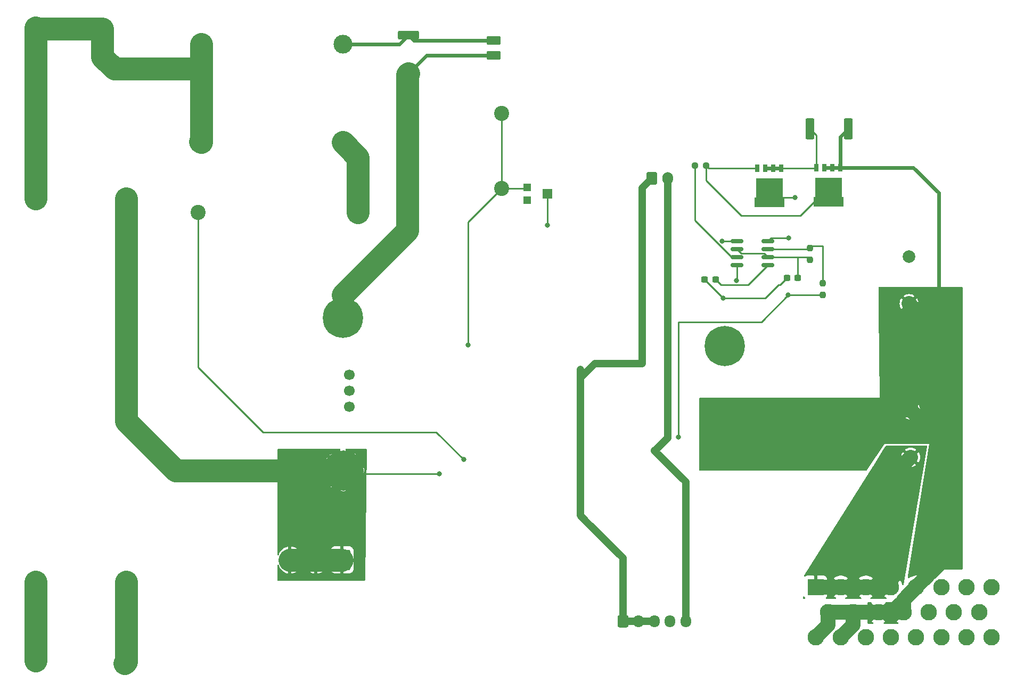
<source format=gbr>
%TF.GenerationSoftware,KiCad,Pcbnew,(6.0.1)*%
%TF.CreationDate,2022-11-29T11:45:12-05:00*%
%TF.ProjectId,high-voltage-board,68696768-2d76-46f6-9c74-6167652d626f,rev?*%
%TF.SameCoordinates,Original*%
%TF.FileFunction,Copper,L1,Top*%
%TF.FilePolarity,Positive*%
%FSLAX46Y46*%
G04 Gerber Fmt 4.6, Leading zero omitted, Abs format (unit mm)*
G04 Created by KiCad (PCBNEW (6.0.1)) date 2022-11-29 11:45:12*
%MOMM*%
%LPD*%
G01*
G04 APERTURE LIST*
G04 Aperture macros list*
%AMRoundRect*
0 Rectangle with rounded corners*
0 $1 Rounding radius*
0 $2 $3 $4 $5 $6 $7 $8 $9 X,Y pos of 4 corners*
0 Add a 4 corners polygon primitive as box body*
4,1,4,$2,$3,$4,$5,$6,$7,$8,$9,$2,$3,0*
0 Add four circle primitives for the rounded corners*
1,1,$1+$1,$2,$3*
1,1,$1+$1,$4,$5*
1,1,$1+$1,$6,$7*
1,1,$1+$1,$8,$9*
0 Add four rect primitives between the rounded corners*
20,1,$1+$1,$2,$3,$4,$5,0*
20,1,$1+$1,$4,$5,$6,$7,0*
20,1,$1+$1,$6,$7,$8,$9,0*
20,1,$1+$1,$8,$9,$2,$3,0*%
%AMFreePoly0*
4,1,9,2.975000,-2.350000,1.425000,-2.350000,1.425000,-2.100000,-1.650000,-2.100000,-1.650000,2.100000,1.425000,2.100000,1.425000,2.350000,2.975000,2.350000,2.975000,-2.350000,2.975000,-2.350000,$1*%
G04 Aperture macros list end*
%TA.AperFunction,ComponentPad*%
%ADD10RoundRect,0.250000X1.070000X-1.400000X1.070000X1.400000X-1.070000X1.400000X-1.070000X-1.400000X0*%
%TD*%
%TA.AperFunction,ComponentPad*%
%ADD11O,2.640000X3.300000*%
%TD*%
%TA.AperFunction,ComponentPad*%
%ADD12RoundRect,0.250000X-0.600000X-0.750000X0.600000X-0.750000X0.600000X0.750000X-0.600000X0.750000X0*%
%TD*%
%TA.AperFunction,ComponentPad*%
%ADD13O,1.700000X2.000000*%
%TD*%
%TA.AperFunction,ComponentPad*%
%ADD14C,0.800000*%
%TD*%
%TA.AperFunction,ComponentPad*%
%ADD15C,6.400000*%
%TD*%
%TA.AperFunction,ComponentPad*%
%ADD16C,1.699848*%
%TD*%
%TA.AperFunction,ComponentPad*%
%ADD17C,3.000000*%
%TD*%
%TA.AperFunction,ComponentPad*%
%ADD18C,2.000000*%
%TD*%
%TA.AperFunction,ComponentPad*%
%ADD19C,2.400000*%
%TD*%
%TA.AperFunction,ComponentPad*%
%ADD20RoundRect,0.250000X-0.600000X-0.725000X0.600000X-0.725000X0.600000X0.725000X-0.600000X0.725000X0*%
%TD*%
%TA.AperFunction,ComponentPad*%
%ADD21O,1.700000X1.950000*%
%TD*%
%TA.AperFunction,SMDPad,CuDef*%
%ADD22RoundRect,0.237500X0.300000X0.237500X-0.300000X0.237500X-0.300000X-0.237500X0.300000X-0.237500X0*%
%TD*%
%TA.AperFunction,SMDPad,CuDef*%
%ADD23RoundRect,0.237500X0.250000X0.237500X-0.250000X0.237500X-0.250000X-0.237500X0.250000X-0.237500X0*%
%TD*%
%TA.AperFunction,SMDPad,CuDef*%
%ADD24RoundRect,0.237500X0.237500X-0.250000X0.237500X0.250000X-0.237500X0.250000X-0.237500X-0.250000X0*%
%TD*%
%TA.AperFunction,SMDPad,CuDef*%
%ADD25RoundRect,0.249999X1.425001X-0.450001X1.425001X0.450001X-1.425001X0.450001X-1.425001X-0.450001X0*%
%TD*%
%TA.AperFunction,SMDPad,CuDef*%
%ADD26R,0.700000X1.150000*%
%TD*%
%TA.AperFunction,SMDPad,CuDef*%
%ADD27FreePoly0,270.000000*%
%TD*%
%TA.AperFunction,ComponentPad*%
%ADD28RoundRect,0.250000X-0.980000X-1.150000X0.980000X-1.150000X0.980000X1.150000X-0.980000X1.150000X0*%
%TD*%
%TA.AperFunction,SMDPad,CuDef*%
%ADD29RoundRect,0.150000X-0.825000X-0.150000X0.825000X-0.150000X0.825000X0.150000X-0.825000X0.150000X0*%
%TD*%
%TA.AperFunction,ComponentPad*%
%ADD30O,2.400000X2.400000*%
%TD*%
%TA.AperFunction,SMDPad,CuDef*%
%ADD31RoundRect,0.249999X0.450001X1.425001X-0.450001X1.425001X-0.450001X-1.425001X0.450001X-1.425001X0*%
%TD*%
%TA.AperFunction,ComponentPad*%
%ADD32R,2.625000X2.625000*%
%TD*%
%TA.AperFunction,ComponentPad*%
%ADD33C,2.625000*%
%TD*%
%TA.AperFunction,SMDPad,CuDef*%
%ADD34R,1.200000X1.200000*%
%TD*%
%TA.AperFunction,SMDPad,CuDef*%
%ADD35R,1.500000X1.600000*%
%TD*%
%TA.AperFunction,SMDPad,CuDef*%
%ADD36RoundRect,0.237500X-0.237500X0.250000X-0.237500X-0.250000X0.237500X-0.250000X0.237500X0.250000X0*%
%TD*%
%TA.AperFunction,ComponentPad*%
%ADD37RoundRect,0.250000X-1.070000X1.400000X-1.070000X-1.400000X1.070000X-1.400000X1.070000X1.400000X0*%
%TD*%
%TA.AperFunction,SMDPad,CuDef*%
%ADD38RoundRect,0.250001X-0.849999X0.462499X-0.849999X-0.462499X0.849999X-0.462499X0.849999X0.462499X0*%
%TD*%
%TA.AperFunction,ViaPad*%
%ADD39C,0.800000*%
%TD*%
%TA.AperFunction,Conductor*%
%ADD40C,1.200000*%
%TD*%
%TA.AperFunction,Conductor*%
%ADD41C,2.400000*%
%TD*%
%TA.AperFunction,Conductor*%
%ADD42C,0.250000*%
%TD*%
%TA.AperFunction,Conductor*%
%ADD43C,0.600000*%
%TD*%
%TA.AperFunction,Conductor*%
%ADD44C,0.254000*%
%TD*%
%TA.AperFunction,Conductor*%
%ADD45C,3.600000*%
%TD*%
%TA.AperFunction,Conductor*%
%ADD46C,0.200000*%
%TD*%
G04 APERTURE END LIST*
D10*
%TO.P,J5,1,Pin_1*%
%TO.N,HV+*%
X58923000Y-44451000D03*
D11*
%TO.P,J5,2,Pin_2*%
X63063000Y-44451000D03*
%TO.P,J5,3,Pin_3*%
X67203000Y-44451000D03*
%TD*%
D12*
%TO.P,J2,1,Pin_1*%
%TO.N,GND*%
X154559000Y-68199000D03*
D13*
%TO.P,J2,2,Pin_2*%
%TO.N,+12V*%
X157059000Y-68199000D03*
%TD*%
D14*
%TO.P,U7,1,+IN*%
%TO.N,Net-(C19-Pad1)*%
X105439120Y-92834900D03*
X103732871Y-88715651D03*
D15*
X105439120Y-90421900D03*
D14*
X107145369Y-92128149D03*
X103732871Y-92128149D03*
X103026120Y-90421900D03*
X105439120Y-88008900D03*
X107145369Y-88715651D03*
X107852120Y-90421900D03*
D16*
%TO.P,U7,2,TR*%
%TO.N,/vicor/TRIM_HV*%
X106455120Y-99438900D03*
%TO.P,U7,3,EN*%
%TO.N,/vicor/EN_HV*%
X106455120Y-101978900D03*
%TO.P,U7,4,FT*%
%TO.N,/vicor/FAULT_HV*%
X106455120Y-104518900D03*
D14*
%TO.P,U7,5,-IN*%
%TO.N,HV-*%
X105530560Y-117091900D03*
X107897840Y-114633180D03*
X103071840Y-114724620D03*
X105439120Y-112265900D03*
X103810920Y-116417478D03*
X107158760Y-112940322D03*
X103746262Y-113004980D03*
X107223418Y-116352820D03*
D15*
X105484840Y-114678900D03*
D14*
%TO.P,U7,8,-OUT*%
%TO.N,GND*%
X164438871Y-112067149D03*
X164438871Y-108654651D03*
X168558120Y-110360900D03*
D15*
X166145120Y-110360900D03*
D14*
X166145120Y-107947900D03*
X163732120Y-110360900D03*
X166145120Y-112773900D03*
X167851369Y-112067149D03*
X167851369Y-108654651D03*
%TO.P,U7,9,+OUT*%
%TO.N,Net-(C22-Pad1)*%
X164438871Y-96573149D03*
X167851369Y-93160651D03*
D15*
X166145120Y-94866900D03*
D14*
X167851369Y-96573149D03*
X168558120Y-94866900D03*
X163732120Y-94866900D03*
X166145120Y-97279900D03*
X166145120Y-92453900D03*
X164438871Y-93160651D03*
%TD*%
D17*
%TO.P,F1,1*%
%TO.N,/TSAL/HV+*%
X105410000Y-62484000D03*
%TO.P,F1,2*%
%TO.N,HV+*%
X82910000Y-62484000D03*
%TD*%
D18*
%TO.P,C22,1*%
%TO.N,Net-(C22-Pad1)*%
X195453000Y-80645000D03*
%TO.P,C22,2*%
%TO.N,GND*%
X195453000Y-88145000D03*
%TD*%
D19*
%TO.P,C19,1*%
%TO.N,Net-(C19-Pad1)*%
X115690000Y-57912000D03*
%TO.P,C19,2*%
%TO.N,HV-*%
X130690000Y-57912000D03*
%TD*%
D20*
%TO.P,J9,1,Pin_1*%
%TO.N,GND*%
X149940000Y-138667000D03*
D21*
%TO.P,J9,2,Pin_2*%
X152440000Y-138667000D03*
%TO.P,J9,3,Pin_3*%
X154940000Y-138667000D03*
%TO.P,J9,4,Pin_4*%
%TO.N,/IMD_OK*%
X157440000Y-138667000D03*
%TO.P,J9,5,Pin_5*%
%TO.N,+12V*%
X159940000Y-138667000D03*
%TD*%
D22*
%TO.P,C4,1*%
%TO.N,Net-(C4-Pad1)*%
X164692500Y-84328000D03*
%TO.P,C4,2*%
%TO.N,GND*%
X162967500Y-84328000D03*
%TD*%
D18*
%TO.P,C23,1*%
%TO.N,/DCDC_OUT*%
X195707000Y-112589000D03*
%TO.P,C23,2*%
%TO.N,GND*%
X195707000Y-105089000D03*
%TD*%
D23*
%TO.P,R5,1*%
%TO.N,Net-(Q1-Pad5)*%
X163195000Y-66167000D03*
%TO.P,R5,2*%
%TO.N,/TSAL/555_OUT*%
X161370000Y-66167000D03*
%TD*%
D24*
%TO.P,R3,1*%
%TO.N,VCC*%
X181737000Y-86764500D03*
%TO.P,R3,2*%
%TO.N,Net-(R3-Pad2)*%
X181737000Y-84939500D03*
%TD*%
D25*
%TO.P,R15,1*%
%TO.N,Net-(C19-Pad1)*%
X115824000Y-51564000D03*
%TO.P,R15,2*%
%TO.N,/vicor/HV+*%
X115824000Y-45464000D03*
%TD*%
D26*
%TO.P,Q1,1,S*%
%TO.N,GND*%
X184536000Y-66488000D03*
%TO.P,Q1,2,S*%
X183266000Y-66488000D03*
%TO.P,Q1,3,S*%
X181986000Y-66488000D03*
%TO.P,Q1,4,G*%
%TO.N,Net-(Q1-Pad4)*%
X180716000Y-66488000D03*
D27*
%TO.P,Q1,5,D*%
%TO.N,Net-(Q1-Pad5)*%
X182626000Y-69758000D03*
%TD*%
D28*
%TO.P,J11,1,Pin_1*%
%TO.N,Net-(J11-Pad1)*%
X70764400Y-145338800D03*
%TD*%
D29*
%TO.P,U3,1,GND*%
%TO.N,GND*%
X168086000Y-78232000D03*
%TO.P,U3,2,TR*%
%TO.N,/TSAL/pass*%
X168086000Y-79502000D03*
%TO.P,U3,3,Q*%
%TO.N,/TSAL/555_OUT*%
X168086000Y-80772000D03*
%TO.P,U3,4,R*%
%TO.N,VCC*%
X168086000Y-82042000D03*
%TO.P,U3,5,CV*%
%TO.N,Net-(C4-Pad1)*%
X173036000Y-82042000D03*
%TO.P,U3,6,THR*%
%TO.N,/TSAL/pass*%
X173036000Y-80772000D03*
%TO.P,U3,7,DIS*%
%TO.N,Net-(R3-Pad2)*%
X173036000Y-79502000D03*
%TO.P,U3,8,VCC*%
%TO.N,VCC*%
X173036000Y-78232000D03*
%TD*%
D22*
%TO.P,C6,1*%
%TO.N,/TSAL/pass*%
X177773500Y-84074000D03*
%TO.P,C6,2*%
%TO.N,GND*%
X176048500Y-84074000D03*
%TD*%
D19*
%TO.P,R9,1*%
%TO.N,HV+*%
X56591200Y-71424800D03*
D30*
%TO.P,R9,2*%
%TO.N,Net-(J8-Pad1)*%
X56591200Y-132384800D03*
%TD*%
D31*
%TO.P,R6,1*%
%TO.N,GND*%
X185803000Y-60325000D03*
%TO.P,R6,2*%
%TO.N,Net-(Q1-Pad4)*%
X179703000Y-60325000D03*
%TD*%
D32*
%TO.P,J1,1,Pin_1*%
%TO.N,/DCDC_OUT*%
X180581000Y-133239500D03*
D33*
%TO.P,J1,2,Pin_2*%
X184581000Y-133239500D03*
%TO.P,J1,3,Pin_3*%
X188581000Y-133239500D03*
%TO.P,J1,4,Pin_4*%
X192581000Y-133239500D03*
%TO.P,J1,5,Pin_5*%
%TO.N,GND*%
X196581000Y-133239500D03*
%TO.P,J1,6,Pin_6*%
%TO.N,+12V*%
X200581000Y-133239500D03*
%TO.P,J1,7,Pin_7*%
%TO.N,/DC_DC_FAULT*%
X204581000Y-133239500D03*
%TO.P,J1,8,Pin_8*%
%TO.N,/DC_DC_EN*%
X208581000Y-133239500D03*
%TO.P,J1,9,Pin_9*%
%TO.N,GND*%
X182581000Y-137239500D03*
%TO.P,J1,10,Pin_10*%
X186581000Y-137239500D03*
%TO.P,J1,11,Pin_11*%
X190581000Y-137239500D03*
%TO.P,J1,12,Pin_12*%
X194581000Y-137239500D03*
%TO.P,J1,13,Pin_13*%
%TO.N,+12V*%
X198581000Y-137239500D03*
%TO.P,J1,14,Pin_14*%
%TO.N,unconnected-(J1-Pad14)*%
X202581000Y-137239500D03*
%TO.P,J1,15,Pin_15*%
%TO.N,unconnected-(J1-Pad15)*%
X206581000Y-137239500D03*
%TO.P,J1,16,Pin_16*%
%TO.N,GND*%
X180581000Y-141239500D03*
%TO.P,J1,17,Pin_17*%
X184581000Y-141239500D03*
%TO.P,J1,18,Pin_18*%
%TO.N,/IMD_OK*%
X188581000Y-141239500D03*
%TO.P,J1,19,Pin_19*%
%TO.N,+12V*%
X192581000Y-141239500D03*
%TO.P,J1,20,Pin_20*%
X196581000Y-141239500D03*
%TO.P,J1,21,Pin_21*%
%TO.N,/TSAL_GND*%
X200581000Y-141239500D03*
%TO.P,J1,22,Pin_22*%
%TO.N,unconnected-(J1-Pad22)*%
X204581000Y-141239500D03*
%TO.P,J1,23,Pin_23*%
%TO.N,unconnected-(J1-Pad23)*%
X208581000Y-141239500D03*
%TD*%
D17*
%TO.P,F2,1*%
%TO.N,/vicor/HV+*%
X105410000Y-46863000D03*
%TO.P,F2,2*%
%TO.N,HV+*%
X82910000Y-46863000D03*
%TD*%
D19*
%TO.P,R10,1*%
%TO.N,HV-*%
X71018400Y-71424800D03*
D30*
%TO.P,R10,2*%
%TO.N,Net-(J11-Pad1)*%
X71018400Y-132384800D03*
%TD*%
D34*
%TO.P,RV1,1,1*%
%TO.N,HV-*%
X134698000Y-69662800D03*
D35*
%TO.P,RV1,2,2*%
%TO.N,Net-(R8-Pad2)*%
X137948000Y-70662800D03*
D34*
%TO.P,RV1,3,3*%
%TO.N,unconnected-(RV1-Pad3)*%
X134698000Y-71662800D03*
%TD*%
D26*
%TO.P,Q2,1,S*%
%TO.N,Net-(Q1-Pad4)*%
X175138000Y-66576000D03*
%TO.P,Q2,2,S*%
X173868000Y-66576000D03*
%TO.P,Q2,3,S*%
X172588000Y-66576000D03*
%TO.P,Q2,4,G*%
%TO.N,Net-(Q1-Pad5)*%
X171318000Y-66576000D03*
D27*
%TO.P,Q2,5,D*%
%TO.N,/TSAL_GND*%
X173228000Y-69846000D03*
%TD*%
D36*
%TO.P,R4,1*%
%TO.N,Net-(R3-Pad2)*%
X179705000Y-79351500D03*
%TO.P,R4,2*%
%TO.N,/TSAL/pass*%
X179705000Y-81176500D03*
%TD*%
D37*
%TO.P,J6,1,Pin_1*%
%TO.N,HV-*%
X105288000Y-128904000D03*
D11*
%TO.P,J6,2,Pin_2*%
X101148000Y-128904000D03*
%TO.P,J6,3,Pin_3*%
X97008000Y-128904000D03*
%TD*%
D38*
%TO.P,L1,1*%
%TO.N,/vicor/HV+*%
X129432500Y-46335500D03*
%TO.P,L1,2*%
%TO.N,Net-(C19-Pad1)*%
X129432500Y-48660500D03*
%TD*%
D19*
%TO.P,C2,1*%
%TO.N,Net-(C19-Pad1)*%
X115690000Y-69850000D03*
%TO.P,C2,2*%
%TO.N,HV-*%
X130690000Y-69850000D03*
%TD*%
%TO.P,R1,1*%
%TO.N,Net-(R1-Pad1)*%
X82423000Y-73660000D03*
D30*
%TO.P,R1,2*%
%TO.N,/TSAL/HV+*%
X107823000Y-73660000D03*
%TD*%
D28*
%TO.P,J8,1,Pin_1*%
%TO.N,Net-(J8-Pad1)*%
X56591200Y-144957800D03*
%TD*%
D39*
%TO.N,+12V*%
X154940000Y-111506000D03*
%TO.N,GND*%
X143319500Y-121983500D03*
X165888500Y-87249000D03*
X153035000Y-97663000D03*
X143179250Y-98628750D03*
X165735000Y-78232000D03*
%TO.N,VCC*%
X168021000Y-84455000D03*
X158750000Y-109347000D03*
X176276000Y-77724000D03*
X176252500Y-86764500D03*
%TO.N,/TSAL_GND*%
X177292000Y-71247000D03*
%TO.N,Net-(R1-Pad1)*%
X124650500Y-112966500D03*
%TO.N,HV-*%
X125349000Y-94742000D03*
X120777000Y-115189000D03*
%TO.N,Net-(R8-Pad2)*%
X137948000Y-75668800D03*
%TD*%
D40*
%TO.N,+12V*%
X157059000Y-68199000D02*
X157059000Y-109514000D01*
X159940000Y-116506000D02*
X155003500Y-111569500D01*
X159940000Y-138667000D02*
X159940000Y-116506000D01*
X155003500Y-111569500D02*
X154940000Y-111506000D01*
X157059000Y-109514000D02*
X155003500Y-111569500D01*
D41*
%TO.N,GND*%
X196581000Y-133239500D02*
X200533000Y-129287500D01*
X195707000Y-88399000D02*
X195453000Y-88145000D01*
X186581000Y-137239500D02*
X182581000Y-137239500D01*
X182566000Y-105089000D02*
X177294100Y-110360900D01*
D40*
X143179250Y-121843250D02*
X143179250Y-99999250D01*
D41*
X195707000Y-105089000D02*
X195707000Y-88399000D01*
D40*
X149940000Y-138667000D02*
X149940000Y-128604000D01*
D42*
X165888500Y-87249000D02*
X162967500Y-84328000D01*
X176048500Y-84074000D02*
X174942500Y-85180000D01*
D41*
X194581000Y-135239500D02*
X196581000Y-133239500D01*
D40*
X149940000Y-128604000D02*
X144081500Y-122745500D01*
D41*
X182581000Y-137239500D02*
X182581000Y-139239500D01*
X200533000Y-129287500D02*
X200533000Y-109915000D01*
D43*
X199637000Y-88145000D02*
X195453000Y-88145000D01*
X184536000Y-61592000D02*
X184536000Y-66488000D01*
D41*
X195707000Y-105089000D02*
X182566000Y-105089000D01*
D43*
X184536000Y-66488000D02*
X196155000Y-66488000D01*
D40*
X144081500Y-122745500D02*
X143179250Y-121843250D01*
D41*
X186581000Y-139239500D02*
X184581000Y-141239500D01*
X182581000Y-139239500D02*
X180581000Y-141239500D01*
D42*
X172593000Y-87249000D02*
X165888500Y-87249000D01*
D43*
X200152000Y-70485000D02*
X200152000Y-87630000D01*
D42*
X174942500Y-85180000D02*
X174662000Y-85180000D01*
D40*
X145515500Y-97663000D02*
X153035000Y-97663000D01*
X143179250Y-99999250D02*
X145515500Y-97663000D01*
X154940000Y-138667000D02*
X149940000Y-138667000D01*
X144081500Y-122745500D02*
X143319500Y-121983500D01*
D41*
X190581000Y-137239500D02*
X194581000Y-137239500D01*
D42*
X174662000Y-85180000D02*
X172593000Y-87249000D01*
D41*
X177294100Y-110360900D02*
X169293001Y-110360900D01*
D40*
X153035000Y-69723000D02*
X154559000Y-68199000D01*
D41*
X186581000Y-137239500D02*
X186581000Y-139239500D01*
X194581000Y-137239500D02*
X194581000Y-135239500D01*
D40*
X153035000Y-97663000D02*
X153035000Y-69723000D01*
D43*
X185803000Y-60325000D02*
X184536000Y-61592000D01*
D41*
X190581000Y-137239500D02*
X186581000Y-137239500D01*
D43*
X196155000Y-66488000D02*
X200152000Y-70485000D01*
D40*
X143179250Y-99999250D02*
X143179250Y-98628750D01*
D43*
X184536000Y-66488000D02*
X181986000Y-66488000D01*
D42*
X168086000Y-78232000D02*
X165735000Y-78232000D01*
D41*
X200533000Y-109915000D02*
X195707000Y-105089000D01*
D43*
X200152000Y-87630000D02*
X199637000Y-88145000D01*
D42*
%TO.N,Net-(C4-Pad1)*%
X173036000Y-82042000D02*
X169898000Y-85180000D01*
X165544500Y-85180000D02*
X164692500Y-84328000D01*
X169898000Y-85180000D02*
X165544500Y-85180000D01*
%TO.N,VCC*%
X168086000Y-84390000D02*
X168021000Y-84455000D01*
X173036000Y-78232000D02*
X173544000Y-77724000D01*
D44*
X181713500Y-86741000D02*
X181737000Y-86764500D01*
X158750000Y-109347000D02*
X158750000Y-91059000D01*
X158750000Y-91059000D02*
X171958000Y-91059000D01*
D42*
X173544000Y-77724000D02*
X176276000Y-77724000D01*
D44*
X171958000Y-91059000D02*
X176252500Y-86764500D01*
X176252500Y-86764500D02*
X181737000Y-86764500D01*
D42*
X168086000Y-82042000D02*
X168086000Y-84390000D01*
%TO.N,/TSAL/pass*%
X173036000Y-80772000D02*
X178308000Y-80772000D01*
X178308000Y-80772000D02*
X179300500Y-80772000D01*
X168731000Y-80147000D02*
X168086000Y-79502000D01*
X172411000Y-80147000D02*
X168731000Y-80147000D01*
X173036000Y-80772000D02*
X172411000Y-80147000D01*
X177773500Y-84074000D02*
X177773500Y-80798500D01*
X177773500Y-80798500D02*
X177800000Y-80772000D01*
X177800000Y-80772000D02*
X178308000Y-80772000D01*
X179300500Y-80772000D02*
X179705000Y-81176500D01*
D45*
%TO.N,Net-(C19-Pad1)*%
X115690000Y-57912000D02*
X115690000Y-69850000D01*
X115690000Y-57912000D02*
X115690000Y-51698000D01*
D43*
X118727500Y-48660500D02*
X115690000Y-51698000D01*
D45*
X115690000Y-51698000D02*
X115824000Y-51564000D01*
X115690000Y-69850000D02*
X115690000Y-76521019D01*
D43*
X129432500Y-48660500D02*
X118727500Y-48660500D01*
D45*
X115690000Y-76521019D02*
X105439120Y-86771899D01*
D41*
%TO.N,/DCDC_OUT*%
X180581000Y-133239500D02*
X192581000Y-133239500D01*
X192581000Y-133239500D02*
X192581000Y-115715000D01*
X192581000Y-115715000D02*
X195707000Y-112589000D01*
D42*
%TO.N,/TSAL_GND*%
X174629000Y-71247000D02*
X173228000Y-69846000D01*
X177292000Y-71247000D02*
X177419000Y-71247000D01*
X177292000Y-71247000D02*
X174629000Y-71247000D01*
D44*
%TO.N,Net-(R1-Pad1)*%
X124650500Y-112966500D02*
X120269000Y-108585000D01*
X82423000Y-98298000D02*
X82423000Y-73660000D01*
X92710000Y-108585000D02*
X82423000Y-98298000D01*
X120269000Y-108585000D02*
X92710000Y-108585000D01*
D42*
%TO.N,Net-(R3-Pad2)*%
X179705000Y-79351500D02*
X180062500Y-78994000D01*
X179578000Y-79224500D02*
X179705000Y-79351500D01*
X179554500Y-79502000D02*
X179705000Y-79351500D01*
X180062500Y-78994000D02*
X181737000Y-78994000D01*
X181737000Y-78994000D02*
X181737000Y-84939500D01*
X173036000Y-79502000D02*
X179554500Y-79502000D01*
%TO.N,/TSAL/555_OUT*%
X161370000Y-74892305D02*
X161370000Y-66167000D01*
X167249695Y-80772000D02*
X161370000Y-74892305D01*
X168086000Y-80772000D02*
X167249695Y-80772000D01*
%TO.N,Net-(Q1-Pad4)*%
X175138000Y-66576000D02*
X180628000Y-66576000D01*
X180628000Y-66576000D02*
X180716000Y-66488000D01*
D43*
X172588000Y-66576000D02*
X175138000Y-66576000D01*
D42*
X180716000Y-61338000D02*
X180716000Y-66488000D01*
X179703000Y-60325000D02*
X180716000Y-61338000D01*
D44*
%TO.N,HV-*%
X125349000Y-75191000D02*
X130690000Y-69850000D01*
D45*
X101148000Y-115417899D02*
X101886999Y-114678900D01*
D44*
X130928000Y-69612000D02*
X130690000Y-69850000D01*
D45*
X97008000Y-128904000D02*
X105288000Y-128904000D01*
D46*
X105288000Y-128904000D02*
X103586999Y-127202999D01*
D45*
X101148000Y-128904000D02*
X101148000Y-115417899D01*
D44*
X134510800Y-69850000D02*
X134698000Y-69662800D01*
D46*
X107616101Y-114808000D02*
X107487001Y-114678900D01*
D45*
X78839500Y-114678900D02*
X101886999Y-114678900D01*
D44*
X120777000Y-115189000D02*
X107514001Y-115189000D01*
D45*
X71018400Y-71424800D02*
X71018400Y-106857800D01*
D44*
X125349000Y-94742000D02*
X125349000Y-75191000D01*
X107514001Y-115189000D02*
X107514001Y-114678900D01*
X130690000Y-57912000D02*
X130690000Y-69850000D01*
D45*
X71018400Y-106857800D02*
X78839500Y-114678900D01*
D44*
X130690000Y-69850000D02*
X134510800Y-69850000D01*
D45*
%TO.N,HV+*%
X69100048Y-50779000D02*
X82910000Y-50779000D01*
X56795400Y-44451000D02*
X56591200Y-44246800D01*
X67203000Y-44451000D02*
X67203000Y-48881952D01*
X82910000Y-50779000D02*
X82910000Y-62484000D01*
X58923000Y-44451000D02*
X67203000Y-44451000D01*
X58923000Y-44451000D02*
X56795400Y-44451000D01*
X67203000Y-48881952D02*
X69100048Y-50779000D01*
X82910000Y-46863000D02*
X82910000Y-50779000D01*
X82783000Y-62357000D02*
X82910000Y-62484000D01*
X56591200Y-71424800D02*
X56591200Y-44246800D01*
%TO.N,/TSAL/HV+*%
X107823000Y-64897000D02*
X105410000Y-62484000D01*
X107823000Y-73660000D02*
X107823000Y-64897000D01*
D43*
%TO.N,/vicor/HV+*%
X116695500Y-46335500D02*
X129432500Y-46335500D01*
X105410000Y-46863000D02*
X114425000Y-46863000D01*
X115824000Y-45464000D02*
X116695500Y-46335500D01*
X114425000Y-46863000D02*
X115824000Y-45464000D01*
D45*
%TO.N,Net-(J8-Pad1)*%
X56591200Y-132384800D02*
X56591200Y-144957800D01*
%TO.N,Net-(J11-Pad1)*%
X71018400Y-132384800D02*
X71018400Y-145084800D01*
X71018400Y-145084800D02*
X70764400Y-145338800D01*
D42*
%TO.N,Net-(Q1-Pad5)*%
X163604000Y-66576000D02*
X171318000Y-66576000D01*
X182626000Y-69758000D02*
X182591000Y-69758000D01*
X163195000Y-66167000D02*
X163604000Y-66576000D01*
X168783000Y-74168000D02*
X163195000Y-68580000D01*
X163195000Y-68580000D02*
X163195000Y-66167000D01*
X178181000Y-74168000D02*
X168783000Y-74168000D01*
X182591000Y-69758000D02*
X178181000Y-74168000D01*
D44*
%TO.N,Net-(R8-Pad2)*%
X137948000Y-75668800D02*
X137948000Y-70662800D01*
%TD*%
%TA.AperFunction,Conductor*%
%TO.N,/DCDC_OUT*%
G36*
X198292827Y-110764002D02*
G01*
X198339320Y-110817658D01*
X198348914Y-110891172D01*
X197911584Y-113456840D01*
X194606854Y-132844588D01*
X194575690Y-132908379D01*
X194514985Y-132945195D01*
X194444013Y-132943347D01*
X194385306Y-132903422D01*
X194359753Y-132851223D01*
X194327867Y-132710304D01*
X194325142Y-132701391D01*
X194230457Y-132457910D01*
X194226446Y-132449501D01*
X194096819Y-132222701D01*
X194091595Y-132214956D01*
X194046898Y-132158258D01*
X194034971Y-132149786D01*
X194023438Y-132156272D01*
X191498554Y-134681156D01*
X191491896Y-134693349D01*
X191500610Y-134704869D01*
X191609810Y-134784939D01*
X191617709Y-134789875D01*
X191808950Y-134890491D01*
X191859923Y-134939911D01*
X191876086Y-135009043D01*
X191852307Y-135075939D01*
X191796137Y-135119360D01*
X191750283Y-135128000D01*
X189409931Y-135128000D01*
X189341810Y-135107998D01*
X189295317Y-135054342D01*
X189285213Y-134984068D01*
X189314707Y-134919488D01*
X189360194Y-134886232D01*
X189419673Y-134860678D01*
X189427949Y-134856369D01*
X189650086Y-134718907D01*
X189657633Y-134713423D01*
X189664428Y-134707671D01*
X189672866Y-134694866D01*
X189666804Y-134684514D01*
X188593812Y-133611522D01*
X188579868Y-133603908D01*
X188578035Y-133604039D01*
X188571420Y-133608290D01*
X187498554Y-134681156D01*
X187491896Y-134693349D01*
X187500610Y-134704869D01*
X187609810Y-134784939D01*
X187617709Y-134789875D01*
X187808950Y-134890491D01*
X187859923Y-134939911D01*
X187876086Y-135009043D01*
X187852307Y-135075939D01*
X187796137Y-135119360D01*
X187750283Y-135128000D01*
X185409931Y-135128000D01*
X185341810Y-135107998D01*
X185295317Y-135054342D01*
X185285213Y-134984068D01*
X185314707Y-134919488D01*
X185360194Y-134886232D01*
X185419673Y-134860678D01*
X185427949Y-134856369D01*
X185650086Y-134718907D01*
X185657633Y-134713423D01*
X185664428Y-134707671D01*
X185672866Y-134694866D01*
X185666804Y-134684514D01*
X184593812Y-133611522D01*
X184579868Y-133603908D01*
X184578035Y-133604039D01*
X184571420Y-133608290D01*
X183498554Y-134681156D01*
X183491896Y-134693349D01*
X183500610Y-134704869D01*
X183609810Y-134784939D01*
X183617709Y-134789875D01*
X183808950Y-134890491D01*
X183859923Y-134939911D01*
X183876086Y-135009043D01*
X183852307Y-135075939D01*
X183796137Y-135119360D01*
X183750283Y-135128000D01*
X182345699Y-135128000D01*
X182277578Y-135107998D01*
X182231085Y-135054342D01*
X182220981Y-134984068D01*
X182250475Y-134919488D01*
X182256604Y-134912905D01*
X182261785Y-134907724D01*
X182338286Y-134805649D01*
X182346824Y-134790054D01*
X182391978Y-134669606D01*
X182395605Y-134654351D01*
X182401131Y-134603486D01*
X182401500Y-134596672D01*
X182401500Y-133511615D01*
X182397025Y-133496376D01*
X182395635Y-133495171D01*
X182387952Y-133493500D01*
X180453000Y-133493500D01*
X180384879Y-133473498D01*
X180338386Y-133419842D01*
X180327000Y-133367500D01*
X180327000Y-133196383D01*
X182756245Y-133196383D01*
X182768779Y-133457313D01*
X182769916Y-133466573D01*
X182820880Y-133722792D01*
X182823369Y-133731767D01*
X182911646Y-133977636D01*
X182915443Y-133986164D01*
X183039086Y-134216277D01*
X183044097Y-134224143D01*
X183115788Y-134320148D01*
X183127046Y-134328597D01*
X183139465Y-134321825D01*
X184208978Y-133252312D01*
X184215356Y-133240632D01*
X184945408Y-133240632D01*
X184945539Y-133242465D01*
X184949790Y-133249080D01*
X186026131Y-134325421D01*
X186040042Y-134333017D01*
X186044092Y-134330250D01*
X186182845Y-134114534D01*
X186187292Y-134106342D01*
X186294585Y-133868162D01*
X186297780Y-133859385D01*
X186368686Y-133607966D01*
X186370544Y-133598836D01*
X186403705Y-133338175D01*
X186404186Y-133331888D01*
X186406522Y-133242660D01*
X186406371Y-133236351D01*
X186403401Y-133196383D01*
X186756245Y-133196383D01*
X186768779Y-133457313D01*
X186769916Y-133466573D01*
X186820880Y-133722792D01*
X186823369Y-133731767D01*
X186911646Y-133977636D01*
X186915443Y-133986164D01*
X187039086Y-134216277D01*
X187044097Y-134224143D01*
X187115788Y-134320148D01*
X187127046Y-134328597D01*
X187139465Y-134321825D01*
X188208978Y-133252312D01*
X188215356Y-133240632D01*
X188945408Y-133240632D01*
X188945539Y-133242465D01*
X188949790Y-133249080D01*
X190026131Y-134325421D01*
X190040042Y-134333017D01*
X190044092Y-134330250D01*
X190182845Y-134114534D01*
X190187292Y-134106342D01*
X190294585Y-133868162D01*
X190297780Y-133859385D01*
X190368686Y-133607966D01*
X190370544Y-133598836D01*
X190403705Y-133338175D01*
X190404186Y-133331888D01*
X190406522Y-133242660D01*
X190406371Y-133236351D01*
X190403401Y-133196383D01*
X190756245Y-133196383D01*
X190768779Y-133457313D01*
X190769916Y-133466573D01*
X190820880Y-133722792D01*
X190823369Y-133731767D01*
X190911646Y-133977636D01*
X190915443Y-133986164D01*
X191039086Y-134216277D01*
X191044097Y-134224143D01*
X191115788Y-134320148D01*
X191127046Y-134328597D01*
X191139465Y-134321825D01*
X192208978Y-133252312D01*
X192216592Y-133238368D01*
X192216461Y-133236535D01*
X192212210Y-133229920D01*
X191137939Y-132155649D01*
X191124631Y-132148382D01*
X191114593Y-132155503D01*
X191097737Y-132175770D01*
X191092323Y-132183361D01*
X190956800Y-132406695D01*
X190952563Y-132415011D01*
X190851543Y-132655918D01*
X190848587Y-132664752D01*
X190784281Y-132917956D01*
X190782662Y-132927139D01*
X190756490Y-133187056D01*
X190756245Y-133196383D01*
X190403401Y-133196383D01*
X190386898Y-132974310D01*
X190385521Y-132965104D01*
X190327866Y-132710302D01*
X190325142Y-132701391D01*
X190230457Y-132457910D01*
X190226446Y-132449501D01*
X190096819Y-132222701D01*
X190091595Y-132214956D01*
X190046898Y-132158258D01*
X190034971Y-132149786D01*
X190023438Y-132156272D01*
X188953022Y-133226688D01*
X188945408Y-133240632D01*
X188215356Y-133240632D01*
X188216592Y-133238368D01*
X188216461Y-133236535D01*
X188212210Y-133229920D01*
X187137939Y-132155649D01*
X187124631Y-132148382D01*
X187114593Y-132155503D01*
X187097737Y-132175770D01*
X187092323Y-132183361D01*
X186956800Y-132406695D01*
X186952563Y-132415011D01*
X186851543Y-132655918D01*
X186848587Y-132664752D01*
X186784281Y-132917956D01*
X186782662Y-132927139D01*
X186756490Y-133187056D01*
X186756245Y-133196383D01*
X186403401Y-133196383D01*
X186386898Y-132974310D01*
X186385521Y-132965104D01*
X186327866Y-132710302D01*
X186325142Y-132701391D01*
X186230457Y-132457910D01*
X186226446Y-132449501D01*
X186096819Y-132222701D01*
X186091595Y-132214956D01*
X186046898Y-132158258D01*
X186034971Y-132149786D01*
X186023438Y-132156272D01*
X184953022Y-133226688D01*
X184945408Y-133240632D01*
X184215356Y-133240632D01*
X184216592Y-133238368D01*
X184216461Y-133236535D01*
X184212210Y-133229920D01*
X183137939Y-132155649D01*
X183124631Y-132148382D01*
X183114593Y-132155503D01*
X183097737Y-132175770D01*
X183092323Y-132183361D01*
X182956800Y-132406695D01*
X182952563Y-132415011D01*
X182851543Y-132655918D01*
X182848587Y-132664752D01*
X182784281Y-132917956D01*
X182782662Y-132927139D01*
X182756490Y-133187056D01*
X182756245Y-133196383D01*
X180327000Y-133196383D01*
X180327000Y-132967385D01*
X180835000Y-132967385D01*
X180839475Y-132982624D01*
X180840865Y-132983829D01*
X180848548Y-132985500D01*
X182383384Y-132985500D01*
X182398623Y-132981025D01*
X182399828Y-132979635D01*
X182401499Y-132971952D01*
X182401499Y-131882331D01*
X182401129Y-131875510D01*
X182395605Y-131824648D01*
X182391979Y-131809396D01*
X182382144Y-131783161D01*
X183489074Y-131783161D01*
X183493647Y-131792937D01*
X184568188Y-132867478D01*
X184582132Y-132875092D01*
X184583965Y-132874961D01*
X184590580Y-132870710D01*
X185664332Y-131796958D01*
X185670716Y-131785268D01*
X185669079Y-131783161D01*
X187489074Y-131783161D01*
X187493647Y-131792937D01*
X188568188Y-132867478D01*
X188582132Y-132875092D01*
X188583965Y-132874961D01*
X188590580Y-132870710D01*
X189664332Y-131796958D01*
X189670716Y-131785268D01*
X189669079Y-131783161D01*
X191489074Y-131783161D01*
X191493647Y-131792937D01*
X192568188Y-132867478D01*
X192582132Y-132875092D01*
X192583965Y-132874961D01*
X192590580Y-132870710D01*
X193664332Y-131796958D01*
X193670716Y-131785268D01*
X193661305Y-131773158D01*
X193511401Y-131669166D01*
X193503374Y-131664438D01*
X193269072Y-131548894D01*
X193260439Y-131545406D01*
X193011630Y-131465762D01*
X193002569Y-131463586D01*
X192744723Y-131421593D01*
X192735436Y-131420781D01*
X192474226Y-131417361D01*
X192464915Y-131417931D01*
X192206075Y-131453157D01*
X192196939Y-131455099D01*
X191946153Y-131528197D01*
X191937410Y-131531466D01*
X191700175Y-131640833D01*
X191692020Y-131645353D01*
X191498212Y-131772419D01*
X191489074Y-131783161D01*
X189669079Y-131783161D01*
X189661305Y-131773158D01*
X189511401Y-131669166D01*
X189503374Y-131664438D01*
X189269072Y-131548894D01*
X189260439Y-131545406D01*
X189011630Y-131465762D01*
X189002569Y-131463586D01*
X188744723Y-131421593D01*
X188735436Y-131420781D01*
X188474226Y-131417361D01*
X188464915Y-131417931D01*
X188206075Y-131453157D01*
X188196939Y-131455099D01*
X187946153Y-131528197D01*
X187937410Y-131531466D01*
X187700175Y-131640833D01*
X187692020Y-131645353D01*
X187498212Y-131772419D01*
X187489074Y-131783161D01*
X185669079Y-131783161D01*
X185661305Y-131773158D01*
X185511401Y-131669166D01*
X185503374Y-131664438D01*
X185269072Y-131548894D01*
X185260439Y-131545406D01*
X185011630Y-131465762D01*
X185002569Y-131463586D01*
X184744723Y-131421593D01*
X184735436Y-131420781D01*
X184474226Y-131417361D01*
X184464915Y-131417931D01*
X184206075Y-131453157D01*
X184196939Y-131455099D01*
X183946153Y-131528197D01*
X183937410Y-131531466D01*
X183700175Y-131640833D01*
X183692020Y-131645353D01*
X183498212Y-131772419D01*
X183489074Y-131783161D01*
X182382144Y-131783161D01*
X182346824Y-131688946D01*
X182338286Y-131673351D01*
X182261785Y-131571276D01*
X182249224Y-131558715D01*
X182147149Y-131482214D01*
X182131554Y-131473676D01*
X182011106Y-131428522D01*
X181995851Y-131424895D01*
X181944986Y-131419369D01*
X181938172Y-131419000D01*
X180853115Y-131419000D01*
X180837876Y-131423475D01*
X180836671Y-131424865D01*
X180835000Y-131432548D01*
X180835000Y-132967385D01*
X180327000Y-132967385D01*
X180327000Y-131437116D01*
X180322525Y-131421877D01*
X180321135Y-131420672D01*
X180313452Y-131419001D01*
X179223831Y-131419001D01*
X179217010Y-131419371D01*
X179166148Y-131424895D01*
X179150896Y-131428521D01*
X179030446Y-131473676D01*
X179014856Y-131482212D01*
X178961492Y-131522206D01*
X178894985Y-131547054D01*
X178825603Y-131532001D01*
X178775372Y-131481827D01*
X178760242Y-131412462D01*
X178779333Y-131354194D01*
X189759204Y-113934205D01*
X189830135Y-113821670D01*
X194839160Y-113821670D01*
X194844887Y-113829320D01*
X195016042Y-113934205D01*
X195024837Y-113938687D01*
X195234988Y-114025734D01*
X195244373Y-114028783D01*
X195465554Y-114081885D01*
X195475301Y-114083428D01*
X195702070Y-114101275D01*
X195711930Y-114101275D01*
X195938699Y-114083428D01*
X195948446Y-114081885D01*
X196169627Y-114028783D01*
X196179012Y-114025734D01*
X196389163Y-113938687D01*
X196397958Y-113934205D01*
X196565445Y-113831568D01*
X196574907Y-113821110D01*
X196571124Y-113812334D01*
X195719812Y-112961022D01*
X195705868Y-112953408D01*
X195704035Y-112953539D01*
X195697420Y-112957790D01*
X194845920Y-113809290D01*
X194839160Y-113821670D01*
X189830135Y-113821670D01*
X190603983Y-112593930D01*
X194194725Y-112593930D01*
X194212572Y-112820699D01*
X194214115Y-112830446D01*
X194267217Y-113051627D01*
X194270266Y-113061012D01*
X194357313Y-113271163D01*
X194361795Y-113279958D01*
X194464432Y-113447445D01*
X194474890Y-113456907D01*
X194483666Y-113453124D01*
X195334978Y-112601812D01*
X195341356Y-112590132D01*
X196071408Y-112590132D01*
X196071539Y-112591965D01*
X196075790Y-112598580D01*
X196927290Y-113450080D01*
X196939670Y-113456840D01*
X196947320Y-113451113D01*
X197052205Y-113279958D01*
X197056687Y-113271163D01*
X197143734Y-113061012D01*
X197146783Y-113051627D01*
X197199885Y-112830446D01*
X197201428Y-112820699D01*
X197219275Y-112593930D01*
X197219275Y-112584070D01*
X197201428Y-112357301D01*
X197199885Y-112347554D01*
X197146783Y-112126373D01*
X197143734Y-112116988D01*
X197056687Y-111906837D01*
X197052205Y-111898042D01*
X196949568Y-111730555D01*
X196939110Y-111721093D01*
X196930334Y-111724876D01*
X196079022Y-112576188D01*
X196071408Y-112590132D01*
X195341356Y-112590132D01*
X195342592Y-112587868D01*
X195342461Y-112586035D01*
X195338210Y-112579420D01*
X194486710Y-111727920D01*
X194474330Y-111721160D01*
X194466680Y-111726887D01*
X194361795Y-111898042D01*
X194357313Y-111906837D01*
X194270266Y-112116988D01*
X194267217Y-112126373D01*
X194214115Y-112347554D01*
X194212572Y-112357301D01*
X194194725Y-112584070D01*
X194194725Y-112593930D01*
X190603983Y-112593930D01*
X191383693Y-111356890D01*
X194839093Y-111356890D01*
X194842876Y-111365666D01*
X195694188Y-112216978D01*
X195708132Y-112224592D01*
X195709965Y-112224461D01*
X195716580Y-112220210D01*
X196568080Y-111368710D01*
X196574840Y-111356330D01*
X196569113Y-111348680D01*
X196397958Y-111243795D01*
X196389163Y-111239313D01*
X196179012Y-111152266D01*
X196169627Y-111149217D01*
X195948446Y-111096115D01*
X195938699Y-111094572D01*
X195711930Y-111076725D01*
X195702070Y-111076725D01*
X195475301Y-111094572D01*
X195465554Y-111096115D01*
X195244373Y-111149217D01*
X195234988Y-111152266D01*
X195024837Y-111239313D01*
X195016042Y-111243795D01*
X194848555Y-111346432D01*
X194839093Y-111356890D01*
X191383693Y-111356890D01*
X191732930Y-110802813D01*
X191786174Y-110755851D01*
X191839522Y-110744000D01*
X198224706Y-110744000D01*
X198292827Y-110764002D01*
G37*
%TD.AperFunction*%
%TD*%
%TA.AperFunction,NonConductor*%
G36*
X178770512Y-134714535D02*
G01*
X178805982Y-134765530D01*
X178815175Y-134790052D01*
X178823714Y-134805649D01*
X178900215Y-134907724D01*
X178905396Y-134912905D01*
X178939422Y-134975217D01*
X178934357Y-135046032D01*
X178891810Y-135102868D01*
X178825290Y-135127679D01*
X178816301Y-135128000D01*
X178688000Y-135128000D01*
X178619879Y-135107998D01*
X178573386Y-135054342D01*
X178562000Y-135002000D01*
X178562000Y-134809759D01*
X178582002Y-134741638D01*
X178635658Y-134695145D01*
X178705932Y-134685041D01*
X178770512Y-134714535D01*
G37*
%TD.AperFunction*%
%TA.AperFunction,Conductor*%
%TO.N,HV-*%
G36*
X104986691Y-111272002D02*
G01*
X105033184Y-111325658D01*
X105043288Y-111395932D01*
X105013794Y-111460512D01*
X105005568Y-111468660D01*
X105007339Y-111474909D01*
X105426308Y-111893878D01*
X105440252Y-111901492D01*
X105442085Y-111901361D01*
X105448700Y-111897110D01*
X105865491Y-111480319D01*
X105872251Y-111467939D01*
X105861449Y-111453509D01*
X105836638Y-111386988D01*
X105851730Y-111317614D01*
X105901932Y-111267412D01*
X105962317Y-111252000D01*
X109092463Y-111252000D01*
X109160584Y-111272002D01*
X109207077Y-111325658D01*
X109218454Y-111379527D01*
X109138721Y-117957534D01*
X108967528Y-132081000D01*
X108967509Y-132082527D01*
X108946683Y-132150400D01*
X108892467Y-132196240D01*
X108841518Y-132207000D01*
X95122000Y-132207000D01*
X95053879Y-132186998D01*
X95007386Y-132133342D01*
X94996000Y-132081000D01*
X94996000Y-129753215D01*
X95016002Y-129685094D01*
X95069658Y-129638601D01*
X95139932Y-129628497D01*
X95204512Y-129657991D01*
X95242896Y-129717717D01*
X95244893Y-129725407D01*
X95253942Y-129765397D01*
X95256666Y-129774308D01*
X95351752Y-130018823D01*
X95355766Y-130027239D01*
X95485950Y-130255011D01*
X95491166Y-130262744D01*
X95653587Y-130468774D01*
X95659880Y-130475642D01*
X95850968Y-130655400D01*
X95858223Y-130661274D01*
X96073776Y-130810810D01*
X96081811Y-130815543D01*
X96317111Y-130931580D01*
X96325744Y-130935068D01*
X96575620Y-131015054D01*
X96584671Y-131017227D01*
X96736120Y-131041892D01*
X96749715Y-131040195D01*
X96753950Y-131026254D01*
X97262000Y-131026254D01*
X97266018Y-131039938D01*
X97279710Y-131041959D01*
X97384488Y-131027699D01*
X97393624Y-131025758D01*
X97645481Y-130952347D01*
X97654224Y-130949079D01*
X97892471Y-130839245D01*
X97900626Y-130834725D01*
X98120023Y-130690883D01*
X98127428Y-130685200D01*
X98323150Y-130510511D01*
X98329628Y-130503803D01*
X98497384Y-130302099D01*
X98502805Y-130294499D01*
X98638899Y-130070223D01*
X98643137Y-130061906D01*
X98744588Y-129819974D01*
X98747549Y-129811124D01*
X98812124Y-129556858D01*
X98813746Y-129547661D01*
X98835684Y-129329794D01*
X98836000Y-129323502D01*
X98836000Y-129300636D01*
X99320000Y-129300636D01*
X99320173Y-129305311D01*
X99334663Y-129500301D01*
X99336039Y-129509507D01*
X99393942Y-129765397D01*
X99396666Y-129774308D01*
X99491752Y-130018823D01*
X99495766Y-130027239D01*
X99625950Y-130255011D01*
X99631166Y-130262744D01*
X99793587Y-130468774D01*
X99799880Y-130475642D01*
X99990968Y-130655400D01*
X99998223Y-130661274D01*
X100213776Y-130810810D01*
X100221811Y-130815543D01*
X100457111Y-130931580D01*
X100465744Y-130935068D01*
X100715620Y-131015054D01*
X100724671Y-131017227D01*
X100876120Y-131041892D01*
X100889715Y-131040195D01*
X100893950Y-131026254D01*
X101402000Y-131026254D01*
X101406018Y-131039938D01*
X101419710Y-131041959D01*
X101524488Y-131027699D01*
X101533624Y-131025758D01*
X101785481Y-130952347D01*
X101794224Y-130949079D01*
X102032471Y-130839245D01*
X102040626Y-130834725D01*
X102260023Y-130690883D01*
X102267428Y-130685200D01*
X102463150Y-130510511D01*
X102469628Y-130503803D01*
X102596634Y-130351095D01*
X103460001Y-130351095D01*
X103460338Y-130357614D01*
X103470257Y-130453206D01*
X103473149Y-130466600D01*
X103524588Y-130620784D01*
X103530761Y-130633962D01*
X103616063Y-130771807D01*
X103625099Y-130783208D01*
X103739829Y-130897739D01*
X103751240Y-130906751D01*
X103889243Y-130991816D01*
X103902424Y-130997963D01*
X104056710Y-131049138D01*
X104070086Y-131052005D01*
X104164438Y-131061672D01*
X104170854Y-131062000D01*
X105015885Y-131062000D01*
X105031124Y-131057525D01*
X105032329Y-131056135D01*
X105034000Y-131048452D01*
X105034000Y-131043884D01*
X105542000Y-131043884D01*
X105546475Y-131059123D01*
X105547865Y-131060328D01*
X105555548Y-131061999D01*
X106405095Y-131061999D01*
X106411614Y-131061662D01*
X106507206Y-131051743D01*
X106520600Y-131048851D01*
X106674784Y-130997412D01*
X106687962Y-130991239D01*
X106825807Y-130905937D01*
X106837208Y-130896901D01*
X106951739Y-130782171D01*
X106960751Y-130770760D01*
X107045816Y-130632757D01*
X107051963Y-130619576D01*
X107103138Y-130465290D01*
X107106005Y-130451914D01*
X107115672Y-130357562D01*
X107116000Y-130351146D01*
X107116000Y-129176115D01*
X107111525Y-129160876D01*
X107110135Y-129159671D01*
X107102452Y-129158000D01*
X105560115Y-129158000D01*
X105544876Y-129162475D01*
X105543671Y-129163865D01*
X105542000Y-129171548D01*
X105542000Y-131043884D01*
X105034000Y-131043884D01*
X105034000Y-129176115D01*
X105029525Y-129160876D01*
X105028135Y-129159671D01*
X105020452Y-129158000D01*
X103478116Y-129158000D01*
X103462877Y-129162475D01*
X103461672Y-129163865D01*
X103460001Y-129171548D01*
X103460001Y-130351095D01*
X102596634Y-130351095D01*
X102637384Y-130302099D01*
X102642805Y-130294499D01*
X102778899Y-130070223D01*
X102783137Y-130061906D01*
X102884588Y-129819974D01*
X102887549Y-129811124D01*
X102952124Y-129556858D01*
X102953746Y-129547661D01*
X102975684Y-129329794D01*
X102976000Y-129323502D01*
X102976000Y-129176115D01*
X102971525Y-129160876D01*
X102970135Y-129159671D01*
X102962452Y-129158000D01*
X101420115Y-129158000D01*
X101404876Y-129162475D01*
X101403671Y-129163865D01*
X101402000Y-129171548D01*
X101402000Y-131026254D01*
X100893950Y-131026254D01*
X100894000Y-131026089D01*
X100894000Y-129176115D01*
X100889525Y-129160876D01*
X100888135Y-129159671D01*
X100880452Y-129158000D01*
X99338115Y-129158000D01*
X99322876Y-129162475D01*
X99321671Y-129163865D01*
X99320000Y-129171548D01*
X99320000Y-129300636D01*
X98836000Y-129300636D01*
X98836000Y-129176115D01*
X98831525Y-129160876D01*
X98830135Y-129159671D01*
X98822452Y-129158000D01*
X97280115Y-129158000D01*
X97264876Y-129162475D01*
X97263671Y-129163865D01*
X97262000Y-129171548D01*
X97262000Y-131026254D01*
X96753950Y-131026254D01*
X96754000Y-131026089D01*
X96754000Y-128631885D01*
X97262000Y-128631885D01*
X97266475Y-128647124D01*
X97267865Y-128648329D01*
X97275548Y-128650000D01*
X98817885Y-128650000D01*
X98833124Y-128645525D01*
X98834329Y-128644135D01*
X98836000Y-128636452D01*
X98836000Y-128631885D01*
X99320000Y-128631885D01*
X99324475Y-128647124D01*
X99325865Y-128648329D01*
X99333548Y-128650000D01*
X100875885Y-128650000D01*
X100891124Y-128645525D01*
X100892329Y-128644135D01*
X100894000Y-128636452D01*
X100894000Y-128631885D01*
X101402000Y-128631885D01*
X101406475Y-128647124D01*
X101407865Y-128648329D01*
X101415548Y-128650000D01*
X102957885Y-128650000D01*
X102973124Y-128645525D01*
X102974329Y-128644135D01*
X102976000Y-128636452D01*
X102976000Y-128631885D01*
X103460000Y-128631885D01*
X103464475Y-128647124D01*
X103465865Y-128648329D01*
X103473548Y-128650000D01*
X105015885Y-128650000D01*
X105031124Y-128645525D01*
X105032329Y-128644135D01*
X105034000Y-128636452D01*
X105034000Y-128631885D01*
X105542000Y-128631885D01*
X105546475Y-128647124D01*
X105547865Y-128648329D01*
X105555548Y-128650000D01*
X107097884Y-128650000D01*
X107113123Y-128645525D01*
X107114328Y-128644135D01*
X107115999Y-128636452D01*
X107115999Y-127456905D01*
X107115662Y-127450386D01*
X107105743Y-127354794D01*
X107102851Y-127341400D01*
X107051412Y-127187216D01*
X107045239Y-127174038D01*
X106959937Y-127036193D01*
X106950901Y-127024792D01*
X106836171Y-126910261D01*
X106824760Y-126901249D01*
X106686757Y-126816184D01*
X106673576Y-126810037D01*
X106519290Y-126758862D01*
X106505914Y-126755995D01*
X106411562Y-126746328D01*
X106405145Y-126746000D01*
X105560115Y-126746000D01*
X105544876Y-126750475D01*
X105543671Y-126751865D01*
X105542000Y-126759548D01*
X105542000Y-128631885D01*
X105034000Y-128631885D01*
X105034000Y-126764116D01*
X105029525Y-126748877D01*
X105028135Y-126747672D01*
X105020452Y-126746001D01*
X104170905Y-126746001D01*
X104164386Y-126746338D01*
X104068794Y-126756257D01*
X104055400Y-126759149D01*
X103901216Y-126810588D01*
X103888038Y-126816761D01*
X103750193Y-126902063D01*
X103738792Y-126911099D01*
X103624261Y-127025829D01*
X103615249Y-127037240D01*
X103530184Y-127175243D01*
X103524037Y-127188424D01*
X103472862Y-127342710D01*
X103469995Y-127356086D01*
X103460328Y-127450438D01*
X103460000Y-127456855D01*
X103460000Y-128631885D01*
X102976000Y-128631885D01*
X102976000Y-128507364D01*
X102975827Y-128502689D01*
X102961337Y-128307699D01*
X102959961Y-128298493D01*
X102902058Y-128042603D01*
X102899334Y-128033692D01*
X102804248Y-127789177D01*
X102800234Y-127780761D01*
X102670050Y-127552989D01*
X102664834Y-127545256D01*
X102502413Y-127339226D01*
X102496120Y-127332358D01*
X102305032Y-127152600D01*
X102297777Y-127146726D01*
X102082224Y-126997190D01*
X102074189Y-126992457D01*
X101838889Y-126876420D01*
X101830256Y-126872932D01*
X101580380Y-126792946D01*
X101571329Y-126790773D01*
X101419880Y-126766108D01*
X101406285Y-126767805D01*
X101402000Y-126781911D01*
X101402000Y-128631885D01*
X100894000Y-128631885D01*
X100894000Y-126781746D01*
X100889982Y-126768062D01*
X100876290Y-126766041D01*
X100771512Y-126780301D01*
X100762376Y-126782242D01*
X100510519Y-126855653D01*
X100501776Y-126858921D01*
X100263529Y-126968755D01*
X100255374Y-126973275D01*
X100035977Y-127117117D01*
X100028572Y-127122800D01*
X99832850Y-127297489D01*
X99826372Y-127304197D01*
X99658616Y-127505901D01*
X99653195Y-127513501D01*
X99517101Y-127737777D01*
X99512863Y-127746094D01*
X99411412Y-127988026D01*
X99408451Y-127996876D01*
X99343876Y-128251142D01*
X99342254Y-128260339D01*
X99320316Y-128478206D01*
X99320000Y-128484498D01*
X99320000Y-128631885D01*
X98836000Y-128631885D01*
X98836000Y-128507364D01*
X98835827Y-128502689D01*
X98821337Y-128307699D01*
X98819961Y-128298493D01*
X98762058Y-128042603D01*
X98759334Y-128033692D01*
X98664248Y-127789177D01*
X98660234Y-127780761D01*
X98530050Y-127552989D01*
X98524834Y-127545256D01*
X98362413Y-127339226D01*
X98356120Y-127332358D01*
X98165032Y-127152600D01*
X98157777Y-127146726D01*
X97942224Y-126997190D01*
X97934189Y-126992457D01*
X97698889Y-126876420D01*
X97690256Y-126872932D01*
X97440380Y-126792946D01*
X97431329Y-126790773D01*
X97279880Y-126766108D01*
X97266285Y-126767805D01*
X97262000Y-126781911D01*
X97262000Y-128631885D01*
X96754000Y-128631885D01*
X96754000Y-126781746D01*
X96749982Y-126768062D01*
X96736290Y-126766041D01*
X96631512Y-126780301D01*
X96622376Y-126782242D01*
X96370519Y-126855653D01*
X96361776Y-126858921D01*
X96123529Y-126968755D01*
X96115374Y-126973275D01*
X95895977Y-127117117D01*
X95888572Y-127122800D01*
X95692850Y-127297489D01*
X95686372Y-127304197D01*
X95518616Y-127505901D01*
X95513195Y-127513501D01*
X95377101Y-127737777D01*
X95372863Y-127746094D01*
X95271412Y-127988026D01*
X95268451Y-127996876D01*
X95244123Y-128092669D01*
X95207968Y-128153770D01*
X95144519Y-128185625D01*
X95073921Y-128178120D01*
X95018587Y-128133638D01*
X94996000Y-128061654D01*
X94996000Y-117889861D01*
X105097429Y-117889861D01*
X105100940Y-117894551D01*
X105242401Y-117957534D01*
X105254880Y-117961589D01*
X105428667Y-117998527D01*
X105441728Y-117999900D01*
X105619392Y-117999900D01*
X105632453Y-117998527D01*
X105806240Y-117961589D01*
X105818719Y-117957534D01*
X105953193Y-117897661D01*
X105963938Y-117888528D01*
X105962341Y-117882891D01*
X105543372Y-117463922D01*
X105529428Y-117456308D01*
X105527595Y-117456439D01*
X105520980Y-117460690D01*
X105104189Y-117877481D01*
X105097429Y-117889861D01*
X94996000Y-117889861D01*
X94996000Y-117215439D01*
X103377789Y-117215439D01*
X103381300Y-117220129D01*
X103522761Y-117283112D01*
X103535240Y-117287167D01*
X103709027Y-117324105D01*
X103722088Y-117325478D01*
X103899752Y-117325478D01*
X103912813Y-117324105D01*
X104086600Y-117287167D01*
X104099079Y-117283112D01*
X104233553Y-117223239D01*
X104244298Y-117214106D01*
X104242701Y-117208469D01*
X103823732Y-116789500D01*
X103809788Y-116781886D01*
X103807955Y-116782017D01*
X103801340Y-116786268D01*
X103384549Y-117203059D01*
X103377789Y-117215439D01*
X94996000Y-117215439D01*
X94996000Y-116424043D01*
X102898608Y-116424043D01*
X102917179Y-116600739D01*
X102919909Y-116613580D01*
X102974812Y-116782553D01*
X102980150Y-116794542D01*
X103005681Y-116838763D01*
X103015885Y-116848493D01*
X103023906Y-116845282D01*
X103438898Y-116430290D01*
X103446512Y-116416346D01*
X103446381Y-116414513D01*
X103442130Y-116407898D01*
X103027550Y-115993318D01*
X103015170Y-115986558D01*
X103008255Y-115991734D01*
X102980150Y-116040414D01*
X102974812Y-116052403D01*
X102919909Y-116221376D01*
X102917179Y-116234217D01*
X102898608Y-116410913D01*
X102898608Y-116424043D01*
X94996000Y-116424043D01*
X94996000Y-114731185D01*
X102159528Y-114731185D01*
X102178099Y-114907881D01*
X102180829Y-114920722D01*
X102235732Y-115089695D01*
X102241070Y-115101684D01*
X102266601Y-115145905D01*
X102276805Y-115155635D01*
X102284826Y-115152424D01*
X102699818Y-114737432D01*
X102707432Y-114723488D01*
X102707301Y-114721655D01*
X102703050Y-114715040D01*
X102288470Y-114300460D01*
X102276090Y-114293700D01*
X102269175Y-114298876D01*
X102241070Y-114347556D01*
X102235732Y-114359545D01*
X102180829Y-114528518D01*
X102178099Y-114541359D01*
X102159528Y-114718055D01*
X102159528Y-114731185D01*
X94996000Y-114731185D01*
X94996000Y-113927992D01*
X102638462Y-113927992D01*
X102640059Y-113933629D01*
X103341955Y-114635525D01*
X103375981Y-114697837D01*
X103370916Y-114768652D01*
X103341955Y-114813715D01*
X102645469Y-115510201D01*
X102638709Y-115522581D01*
X102642220Y-115527271D01*
X102783681Y-115590254D01*
X102796160Y-115594309D01*
X102969947Y-115631247D01*
X102983008Y-115632620D01*
X103160672Y-115632620D01*
X103173733Y-115631247D01*
X103278811Y-115608913D01*
X103279802Y-115613577D01*
X103315386Y-115605938D01*
X103381838Y-115630930D01*
X103395149Y-115642497D01*
X104596650Y-116843998D01*
X104630676Y-116906310D01*
X104632865Y-116946264D01*
X104618248Y-117085336D01*
X104618248Y-117098465D01*
X104636819Y-117275161D01*
X104639549Y-117288002D01*
X104694452Y-117456975D01*
X104699790Y-117468964D01*
X104725321Y-117513185D01*
X104735525Y-117522915D01*
X104743546Y-117519704D01*
X105441465Y-116821785D01*
X105503777Y-116787759D01*
X105574592Y-116792824D01*
X105619655Y-116821785D01*
X106313930Y-117516060D01*
X106326310Y-117522820D01*
X106333225Y-117517644D01*
X106361330Y-117468964D01*
X106366668Y-117456975D01*
X106421571Y-117288002D01*
X106424301Y-117275161D01*
X106437374Y-117150781D01*
X106790287Y-117150781D01*
X106793798Y-117155471D01*
X106935259Y-117218454D01*
X106947738Y-117222509D01*
X107121525Y-117259447D01*
X107134586Y-117260820D01*
X107312250Y-117260820D01*
X107325311Y-117259447D01*
X107499098Y-117222509D01*
X107511577Y-117218454D01*
X107646051Y-117158581D01*
X107656796Y-117149448D01*
X107655199Y-117143811D01*
X107236230Y-116724842D01*
X107222286Y-116717228D01*
X107220453Y-116717359D01*
X107213838Y-116721610D01*
X106797047Y-117138401D01*
X106790287Y-117150781D01*
X106437374Y-117150781D01*
X106442872Y-117098465D01*
X106442872Y-117085335D01*
X106424302Y-116908647D01*
X106421569Y-116895795D01*
X106420825Y-116893504D01*
X106420785Y-116892105D01*
X106420197Y-116889339D01*
X106420703Y-116889231D01*
X106418794Y-116822537D01*
X106451561Y-116765467D01*
X106863076Y-116353952D01*
X107587826Y-116353952D01*
X107587957Y-116355785D01*
X107592208Y-116362400D01*
X108006788Y-116776980D01*
X108019168Y-116783740D01*
X108026083Y-116778564D01*
X108054188Y-116729884D01*
X108059526Y-116717895D01*
X108114429Y-116548922D01*
X108117159Y-116536081D01*
X108135730Y-116359385D01*
X108135730Y-116346255D01*
X108117159Y-116169559D01*
X108114429Y-116156718D01*
X108059526Y-115987745D01*
X108054188Y-115975756D01*
X108028657Y-115931535D01*
X108018453Y-115921805D01*
X108010432Y-115925016D01*
X107595440Y-116340008D01*
X107587826Y-116353952D01*
X106863076Y-116353952D01*
X107649657Y-115567371D01*
X107711969Y-115533345D01*
X107764947Y-115533219D01*
X107795943Y-115539807D01*
X107809008Y-115541180D01*
X107986672Y-115541180D01*
X107999733Y-115539807D01*
X108173520Y-115502869D01*
X108185999Y-115498814D01*
X108320473Y-115438941D01*
X108331218Y-115429808D01*
X108329621Y-115424171D01*
X107627725Y-114722275D01*
X107593699Y-114659963D01*
X107595534Y-114634312D01*
X108262248Y-114634312D01*
X108262379Y-114636145D01*
X108266630Y-114642760D01*
X108681210Y-115057340D01*
X108693590Y-115064100D01*
X108700505Y-115058924D01*
X108728610Y-115010244D01*
X108733948Y-114998255D01*
X108788851Y-114829282D01*
X108791581Y-114816441D01*
X108810152Y-114639745D01*
X108810152Y-114626615D01*
X108791581Y-114449919D01*
X108788851Y-114437078D01*
X108733948Y-114268105D01*
X108728610Y-114256116D01*
X108703079Y-114211895D01*
X108692875Y-114202165D01*
X108684854Y-114205376D01*
X108269862Y-114620368D01*
X108262248Y-114634312D01*
X107595534Y-114634312D01*
X107598764Y-114589148D01*
X107627725Y-114544085D01*
X108324211Y-113847599D01*
X108330971Y-113835219D01*
X108327460Y-113830529D01*
X108185999Y-113767546D01*
X108173520Y-113763491D01*
X107999733Y-113726553D01*
X107986672Y-113725180D01*
X107809008Y-113725180D01*
X107795947Y-113726553D01*
X107690869Y-113748887D01*
X107689878Y-113744223D01*
X107654294Y-113751862D01*
X107587842Y-113726870D01*
X107574531Y-113715303D01*
X106800682Y-112941454D01*
X107523168Y-112941454D01*
X107523299Y-112943287D01*
X107527550Y-112949902D01*
X107942130Y-113364482D01*
X107954510Y-113371242D01*
X107961425Y-113366066D01*
X107989530Y-113317386D01*
X107994868Y-113305397D01*
X108049771Y-113136424D01*
X108052501Y-113123583D01*
X108071072Y-112946887D01*
X108071072Y-112933757D01*
X108052501Y-112757061D01*
X108049771Y-112744220D01*
X107994868Y-112575247D01*
X107989530Y-112563258D01*
X107963999Y-112519037D01*
X107953795Y-112509307D01*
X107945774Y-112512518D01*
X107530782Y-112927510D01*
X107523168Y-112941454D01*
X106800682Y-112941454D01*
X106373030Y-112513802D01*
X106339004Y-112451490D01*
X106336815Y-112411536D01*
X106351432Y-112272464D01*
X106351432Y-112259335D01*
X106339278Y-112143694D01*
X106725382Y-112143694D01*
X106726979Y-112149331D01*
X107145948Y-112568300D01*
X107159892Y-112575914D01*
X107161725Y-112575783D01*
X107168340Y-112571532D01*
X107585131Y-112154741D01*
X107591891Y-112142361D01*
X107588380Y-112137671D01*
X107446919Y-112074688D01*
X107434440Y-112070633D01*
X107260653Y-112033695D01*
X107247592Y-112032322D01*
X107069928Y-112032322D01*
X107056867Y-112033695D01*
X106883080Y-112070633D01*
X106870601Y-112074688D01*
X106736127Y-112134561D01*
X106725382Y-112143694D01*
X106339278Y-112143694D01*
X106332861Y-112082639D01*
X106330131Y-112069798D01*
X106275228Y-111900825D01*
X106269890Y-111888836D01*
X106244359Y-111844615D01*
X106234155Y-111834885D01*
X106226134Y-111838096D01*
X105528215Y-112536015D01*
X105465903Y-112570041D01*
X105395088Y-112564976D01*
X105350025Y-112536015D01*
X104655750Y-111841740D01*
X104643370Y-111834980D01*
X104636455Y-111840156D01*
X104608350Y-111888836D01*
X104603012Y-111900825D01*
X104548109Y-112069798D01*
X104545379Y-112082639D01*
X104526808Y-112259335D01*
X104526808Y-112272465D01*
X104545378Y-112449153D01*
X104548111Y-112462005D01*
X104548855Y-112464296D01*
X104548895Y-112465695D01*
X104549483Y-112468461D01*
X104548977Y-112468569D01*
X104550886Y-112535263D01*
X104518119Y-112592333D01*
X103320023Y-113790429D01*
X103257711Y-113824455D01*
X103204733Y-113824581D01*
X103173737Y-113817993D01*
X103160672Y-113816620D01*
X102983008Y-113816620D01*
X102969947Y-113817993D01*
X102796160Y-113854931D01*
X102783681Y-113858986D01*
X102649207Y-113918859D01*
X102638462Y-113927992D01*
X94996000Y-113927992D01*
X94996000Y-113011545D01*
X102833950Y-113011545D01*
X102852521Y-113188241D01*
X102855251Y-113201082D01*
X102910154Y-113370055D01*
X102915492Y-113382044D01*
X102941023Y-113426265D01*
X102951227Y-113435995D01*
X102959248Y-113432784D01*
X103374240Y-113017792D01*
X103381854Y-113003848D01*
X103381723Y-113002015D01*
X103377472Y-112995400D01*
X102962892Y-112580820D01*
X102950512Y-112574060D01*
X102943597Y-112579236D01*
X102915492Y-112627916D01*
X102910154Y-112639905D01*
X102855251Y-112808878D01*
X102852521Y-112821719D01*
X102833950Y-112998415D01*
X102833950Y-113011545D01*
X94996000Y-113011545D01*
X94996000Y-112208352D01*
X103312884Y-112208352D01*
X103314481Y-112213989D01*
X103733450Y-112632958D01*
X103747394Y-112640572D01*
X103749227Y-112640441D01*
X103755842Y-112636190D01*
X104172633Y-112219399D01*
X104179393Y-112207019D01*
X104175882Y-112202329D01*
X104034421Y-112139346D01*
X104021942Y-112135291D01*
X103848155Y-112098353D01*
X103835094Y-112096980D01*
X103657430Y-112096980D01*
X103644369Y-112098353D01*
X103470582Y-112135291D01*
X103458103Y-112139346D01*
X103323629Y-112199219D01*
X103312884Y-112208352D01*
X94996000Y-112208352D01*
X94996000Y-111378000D01*
X95016002Y-111309879D01*
X95069658Y-111263386D01*
X95122000Y-111252000D01*
X104918570Y-111252000D01*
X104986691Y-111272002D01*
G37*
%TD.AperFunction*%
%TD*%
%TA.AperFunction,Conductor*%
%TO.N,GND*%
G36*
X203904121Y-85491002D02*
G01*
X203950614Y-85544658D01*
X203962000Y-85597000D01*
X203962000Y-130303000D01*
X203941998Y-130371121D01*
X203888342Y-130417614D01*
X203836000Y-130429000D01*
X201041000Y-130429000D01*
X199571455Y-131898545D01*
X199561351Y-131907406D01*
X199559686Y-131908498D01*
X199374170Y-132074078D01*
X199305810Y-132156272D01*
X199270376Y-132198877D01*
X199262597Y-132207403D01*
X198569111Y-132900889D01*
X198506799Y-132934915D01*
X198435984Y-132929850D01*
X198379148Y-132887303D01*
X198357123Y-132839601D01*
X198327867Y-132710304D01*
X198325142Y-132701391D01*
X198230457Y-132457910D01*
X198226446Y-132449501D01*
X198096819Y-132222701D01*
X198091595Y-132214956D01*
X198046898Y-132158258D01*
X198034971Y-132149786D01*
X198023438Y-132156272D01*
X195498554Y-134681156D01*
X195491896Y-134693349D01*
X195500610Y-134704869D01*
X195609810Y-134784939D01*
X195617709Y-134789875D01*
X195848907Y-134911514D01*
X195857456Y-134915231D01*
X196104083Y-135001357D01*
X196113092Y-135003771D01*
X196175839Y-135015684D01*
X196239034Y-135048042D01*
X196274702Y-135109428D01*
X196271521Y-135180353D01*
X196241432Y-135228568D01*
X195756715Y-135713285D01*
X195694403Y-135747311D01*
X195623588Y-135742246D01*
X195595799Y-135727717D01*
X195511400Y-135669166D01*
X195503372Y-135664437D01*
X195269072Y-135548894D01*
X195260439Y-135545406D01*
X195011630Y-135465762D01*
X195002569Y-135463586D01*
X194744723Y-135421593D01*
X194735436Y-135420781D01*
X194474226Y-135417361D01*
X194464915Y-135417931D01*
X194206075Y-135453157D01*
X194196939Y-135455099D01*
X193946153Y-135528197D01*
X193937410Y-135531466D01*
X193700175Y-135640833D01*
X193692020Y-135645353D01*
X193498212Y-135772419D01*
X193489074Y-135783161D01*
X193493647Y-135792937D01*
X194851115Y-137150405D01*
X194885141Y-137212717D01*
X194880076Y-137283532D01*
X194851115Y-137328595D01*
X193498554Y-138681156D01*
X193491896Y-138693349D01*
X193500610Y-138704869D01*
X193609810Y-138784939D01*
X193617709Y-138789875D01*
X193689206Y-138827491D01*
X193740179Y-138876911D01*
X193756342Y-138946043D01*
X193732563Y-139012939D01*
X193676393Y-139056360D01*
X193630539Y-139065000D01*
X191533865Y-139065000D01*
X191465744Y-139044998D01*
X191419251Y-138991342D01*
X191409147Y-138921068D01*
X191438641Y-138856488D01*
X191467562Y-138831856D01*
X191650086Y-138718907D01*
X191657633Y-138713423D01*
X191664428Y-138707671D01*
X191672866Y-138694866D01*
X191666804Y-138684514D01*
X190593812Y-137611522D01*
X190579868Y-137603908D01*
X190578035Y-137604039D01*
X190571420Y-137608290D01*
X189498554Y-138681156D01*
X189491896Y-138693349D01*
X189500610Y-138704869D01*
X189609810Y-138784939D01*
X189617709Y-138789875D01*
X189689206Y-138827491D01*
X189740179Y-138876911D01*
X189756342Y-138946043D01*
X189732563Y-139012939D01*
X189676393Y-139056360D01*
X189630539Y-139065000D01*
X188975000Y-139065000D01*
X188906879Y-139044998D01*
X188860386Y-138991342D01*
X188849000Y-138939000D01*
X188849000Y-138342198D01*
X188869002Y-138274077D01*
X188922658Y-138227584D01*
X188992932Y-138217480D01*
X189057512Y-138246974D01*
X189075958Y-138266809D01*
X189115788Y-138320148D01*
X189127046Y-138328597D01*
X189139465Y-138321825D01*
X190208978Y-137252312D01*
X190215356Y-137240632D01*
X190945408Y-137240632D01*
X190945539Y-137242465D01*
X190949790Y-137249080D01*
X192026131Y-138325421D01*
X192040042Y-138333017D01*
X192044092Y-138330250D01*
X192182845Y-138114534D01*
X192187292Y-138106342D01*
X192294585Y-137868162D01*
X192297780Y-137859385D01*
X192368686Y-137607966D01*
X192370544Y-137598836D01*
X192403705Y-137338175D01*
X192404186Y-137331888D01*
X192406522Y-137242660D01*
X192406371Y-137236351D01*
X192403401Y-137196383D01*
X192756245Y-137196383D01*
X192768779Y-137457313D01*
X192769916Y-137466573D01*
X192820880Y-137722792D01*
X192823369Y-137731767D01*
X192911646Y-137977636D01*
X192915443Y-137986164D01*
X193039086Y-138216277D01*
X193044097Y-138224143D01*
X193115788Y-138320148D01*
X193127046Y-138328597D01*
X193139465Y-138321825D01*
X194208978Y-137252312D01*
X194216592Y-137238368D01*
X194216461Y-137236535D01*
X194212210Y-137229920D01*
X193137939Y-136155649D01*
X193124631Y-136148382D01*
X193114593Y-136155503D01*
X193097737Y-136175770D01*
X193092323Y-136183361D01*
X192956800Y-136406695D01*
X192952563Y-136415011D01*
X192851543Y-136655918D01*
X192848587Y-136664752D01*
X192784281Y-136917956D01*
X192782662Y-136927139D01*
X192756490Y-137187056D01*
X192756245Y-137196383D01*
X192403401Y-137196383D01*
X192386898Y-136974310D01*
X192385521Y-136965104D01*
X192327866Y-136710302D01*
X192325142Y-136701391D01*
X192230457Y-136457910D01*
X192226446Y-136449501D01*
X192096819Y-136222701D01*
X192091595Y-136214956D01*
X192046898Y-136158258D01*
X192034971Y-136149786D01*
X192023438Y-136156272D01*
X190953022Y-137226688D01*
X190945408Y-137240632D01*
X190215356Y-137240632D01*
X190216592Y-137238368D01*
X190216461Y-137236535D01*
X190212210Y-137229920D01*
X189137939Y-136155649D01*
X189124631Y-136148382D01*
X189114593Y-136155503D01*
X189097737Y-136175770D01*
X189092320Y-136183365D01*
X189082718Y-136199188D01*
X189030278Y-136247048D01*
X188960288Y-136258959D01*
X188894969Y-136231140D01*
X188855059Y-136172423D01*
X188849000Y-136133821D01*
X188849000Y-135762000D01*
X188869002Y-135693879D01*
X188922658Y-135647386D01*
X188975000Y-135636000D01*
X189363815Y-135636000D01*
X189431936Y-135656002D01*
X189478429Y-135709658D01*
X189488691Y-135778795D01*
X189488321Y-135781549D01*
X189493647Y-135792937D01*
X190568188Y-136867478D01*
X190582132Y-136875092D01*
X190583965Y-136874961D01*
X190590580Y-136870710D01*
X191664332Y-135796958D01*
X191671946Y-135783014D01*
X191671086Y-135770990D01*
X191686177Y-135701616D01*
X191736378Y-135651413D01*
X191796765Y-135636000D01*
X192659000Y-135636000D01*
X194067045Y-134321825D01*
X194552967Y-133868298D01*
X194552968Y-133868297D01*
X194564000Y-133858000D01*
X194597598Y-133763925D01*
X194639345Y-133706503D01*
X194705512Y-133680765D01*
X194775090Y-133694885D01*
X194825989Y-133744381D01*
X194834844Y-133763728D01*
X194911646Y-133977636D01*
X194915443Y-133986164D01*
X195039086Y-134216277D01*
X195044097Y-134224143D01*
X195115788Y-134320148D01*
X195127046Y-134328597D01*
X195139465Y-134321825D01*
X197664332Y-131796958D01*
X197670716Y-131785268D01*
X197661305Y-131773158D01*
X197511401Y-131669166D01*
X197503374Y-131664438D01*
X197269072Y-131548894D01*
X197260439Y-131545406D01*
X197011630Y-131465762D01*
X197002569Y-131463586D01*
X196744723Y-131421593D01*
X196735436Y-131420781D01*
X196474226Y-131417361D01*
X196464915Y-131417931D01*
X196206075Y-131453157D01*
X196196939Y-131455099D01*
X195946153Y-131528197D01*
X195937410Y-131531466D01*
X195700175Y-131640833D01*
X195692020Y-131645353D01*
X195473558Y-131788583D01*
X195464316Y-131795674D01*
X195398095Y-131821273D01*
X195328546Y-131807007D01*
X195277751Y-131757406D01*
X195261836Y-131688216D01*
X195263173Y-131675946D01*
X195303571Y-131421593D01*
X198628000Y-110490000D01*
X191516000Y-110490000D01*
X191508782Y-110500827D01*
X191508781Y-110500828D01*
X188759405Y-114624892D01*
X188704976Y-114670477D01*
X188654567Y-114681000D01*
X162178000Y-114681000D01*
X162109879Y-114660998D01*
X162063386Y-114607342D01*
X162052000Y-114555000D01*
X162052000Y-110586127D01*
X164277734Y-110586127D01*
X164292991Y-110863343D01*
X164347155Y-111135645D01*
X164439146Y-111397597D01*
X164567129Y-111643975D01*
X164569712Y-111647590D01*
X164569716Y-111647596D01*
X164601605Y-111692220D01*
X164728550Y-111869862D01*
X164920189Y-112070751D01*
X165138221Y-112242633D01*
X165142063Y-112244865D01*
X165142068Y-112244868D01*
X165374442Y-112379842D01*
X165374448Y-112379845D01*
X165378296Y-112382080D01*
X165484971Y-112425288D01*
X165631493Y-112484636D01*
X165631501Y-112484639D01*
X165635625Y-112486309D01*
X165905072Y-112553240D01*
X166141851Y-112577500D01*
X166313729Y-112577500D01*
X166519942Y-112562899D01*
X166524297Y-112561961D01*
X166524300Y-112561961D01*
X166787012Y-112505401D01*
X166787014Y-112505401D01*
X166791359Y-112504465D01*
X167051835Y-112408370D01*
X167055753Y-112406256D01*
X167292256Y-112278646D01*
X167296172Y-112276533D01*
X167519495Y-112111584D01*
X167522664Y-112108465D01*
X167522668Y-112108461D01*
X167617064Y-112015536D01*
X167717349Y-111916814D01*
X167885786Y-111696109D01*
X168021445Y-111453873D01*
X168047629Y-111386193D01*
X168120016Y-111199082D01*
X168121619Y-111194939D01*
X168184309Y-110924473D01*
X168208266Y-110647873D01*
X168204624Y-110581695D01*
X168193254Y-110375100D01*
X168193253Y-110375093D01*
X168193009Y-110370657D01*
X168138845Y-110098355D01*
X168046854Y-109836403D01*
X167918871Y-109590025D01*
X167916288Y-109586410D01*
X167916284Y-109586404D01*
X167760038Y-109367759D01*
X167760035Y-109367755D01*
X167757450Y-109364138D01*
X167565811Y-109163249D01*
X167347779Y-108991367D01*
X167343937Y-108989135D01*
X167343932Y-108989132D01*
X167111558Y-108854158D01*
X167111552Y-108854155D01*
X167107704Y-108851920D01*
X167001029Y-108808712D01*
X166854507Y-108749364D01*
X166854499Y-108749361D01*
X166850375Y-108747691D01*
X166580928Y-108680760D01*
X166344149Y-108656500D01*
X166172271Y-108656500D01*
X165966058Y-108671101D01*
X165961703Y-108672039D01*
X165961700Y-108672039D01*
X165698988Y-108728599D01*
X165698986Y-108728599D01*
X165694641Y-108729535D01*
X165434165Y-108825630D01*
X165430247Y-108827744D01*
X165388544Y-108850246D01*
X165189828Y-108957467D01*
X164966505Y-109122416D01*
X164963336Y-109125535D01*
X164963332Y-109125539D01*
X164927825Y-109160493D01*
X164768651Y-109317186D01*
X164600214Y-109537891D01*
X164464555Y-109780127D01*
X164364381Y-110039061D01*
X164301691Y-110309527D01*
X164277734Y-110586127D01*
X162052000Y-110586127D01*
X162052000Y-106321670D01*
X194839160Y-106321670D01*
X194844887Y-106329320D01*
X195016042Y-106434205D01*
X195024837Y-106438687D01*
X195234988Y-106525734D01*
X195244373Y-106528783D01*
X195465554Y-106581885D01*
X195475301Y-106583428D01*
X195702070Y-106601275D01*
X195711930Y-106601275D01*
X195938699Y-106583428D01*
X195948446Y-106581885D01*
X196169627Y-106528783D01*
X196179012Y-106525734D01*
X196389163Y-106438687D01*
X196397958Y-106434205D01*
X196565445Y-106331568D01*
X196574907Y-106321110D01*
X196571124Y-106312334D01*
X195719812Y-105461022D01*
X195705868Y-105453408D01*
X195704035Y-105453539D01*
X195697420Y-105457790D01*
X194845920Y-106309290D01*
X194839160Y-106321670D01*
X162052000Y-106321670D01*
X162052000Y-105093930D01*
X194194725Y-105093930D01*
X194212572Y-105320699D01*
X194214115Y-105330446D01*
X194267217Y-105551627D01*
X194270266Y-105561012D01*
X194357313Y-105771163D01*
X194361795Y-105779958D01*
X194464432Y-105947445D01*
X194474890Y-105956907D01*
X194483666Y-105953124D01*
X195334978Y-105101812D01*
X195341356Y-105090132D01*
X196071408Y-105090132D01*
X196071539Y-105091965D01*
X196075790Y-105098580D01*
X196927290Y-105950080D01*
X196939670Y-105956840D01*
X196947320Y-105951113D01*
X197052205Y-105779958D01*
X197056687Y-105771163D01*
X197143734Y-105561012D01*
X197146783Y-105551627D01*
X197199885Y-105330446D01*
X197201428Y-105320699D01*
X197219275Y-105093930D01*
X197219275Y-105084070D01*
X197201428Y-104857301D01*
X197199885Y-104847554D01*
X197146783Y-104626373D01*
X197143734Y-104616988D01*
X197056687Y-104406837D01*
X197052205Y-104398042D01*
X196949568Y-104230555D01*
X196939110Y-104221093D01*
X196930334Y-104224876D01*
X196079022Y-105076188D01*
X196071408Y-105090132D01*
X195341356Y-105090132D01*
X195342592Y-105087868D01*
X195342461Y-105086035D01*
X195338210Y-105079420D01*
X194486710Y-104227920D01*
X194474330Y-104221160D01*
X194466680Y-104226887D01*
X194361795Y-104398042D01*
X194357313Y-104406837D01*
X194270266Y-104616988D01*
X194267217Y-104626373D01*
X194214115Y-104847554D01*
X194212572Y-104857301D01*
X194194725Y-105084070D01*
X194194725Y-105093930D01*
X162052000Y-105093930D01*
X162052000Y-103856890D01*
X194839093Y-103856890D01*
X194842876Y-103865666D01*
X195694188Y-104716978D01*
X195708132Y-104724592D01*
X195709965Y-104724461D01*
X195716580Y-104720210D01*
X196568080Y-103868710D01*
X196574840Y-103856330D01*
X196569113Y-103848680D01*
X196397958Y-103743795D01*
X196389163Y-103739313D01*
X196179012Y-103652266D01*
X196169627Y-103649217D01*
X195948446Y-103596115D01*
X195938699Y-103594572D01*
X195711930Y-103576725D01*
X195702070Y-103576725D01*
X195475301Y-103594572D01*
X195465554Y-103596115D01*
X195244373Y-103649217D01*
X195234988Y-103652266D01*
X195024837Y-103739313D01*
X195016042Y-103743795D01*
X194848555Y-103846432D01*
X194839093Y-103856890D01*
X162052000Y-103856890D01*
X162052000Y-103250000D01*
X162072002Y-103181879D01*
X162125658Y-103135386D01*
X162178000Y-103124000D01*
X190754000Y-103124000D01*
X190655106Y-89377670D01*
X194585160Y-89377670D01*
X194590887Y-89385320D01*
X194762042Y-89490205D01*
X194770837Y-89494687D01*
X194980988Y-89581734D01*
X194990373Y-89584783D01*
X195211554Y-89637885D01*
X195221301Y-89639428D01*
X195448070Y-89657275D01*
X195457930Y-89657275D01*
X195684699Y-89639428D01*
X195694446Y-89637885D01*
X195915627Y-89584783D01*
X195925012Y-89581734D01*
X196135163Y-89494687D01*
X196143958Y-89490205D01*
X196311445Y-89387568D01*
X196320907Y-89377110D01*
X196317124Y-89368334D01*
X195465812Y-88517022D01*
X195451868Y-88509408D01*
X195450035Y-88509539D01*
X195443420Y-88513790D01*
X194591920Y-89365290D01*
X194585160Y-89377670D01*
X190655106Y-89377670D01*
X190646273Y-88149930D01*
X193940725Y-88149930D01*
X193958572Y-88376699D01*
X193960115Y-88386446D01*
X194013217Y-88607627D01*
X194016266Y-88617012D01*
X194103313Y-88827163D01*
X194107795Y-88835958D01*
X194210432Y-89003445D01*
X194220890Y-89012907D01*
X194229666Y-89009124D01*
X195080978Y-88157812D01*
X195087356Y-88146132D01*
X195817408Y-88146132D01*
X195817539Y-88147965D01*
X195821790Y-88154580D01*
X196673290Y-89006080D01*
X196685670Y-89012840D01*
X196693320Y-89007113D01*
X196798205Y-88835958D01*
X196802687Y-88827163D01*
X196889734Y-88617012D01*
X196892783Y-88607627D01*
X196945885Y-88386446D01*
X196947428Y-88376699D01*
X196965275Y-88149930D01*
X196965275Y-88140070D01*
X196947428Y-87913301D01*
X196945885Y-87903554D01*
X196892783Y-87682373D01*
X196889734Y-87672988D01*
X196802687Y-87462837D01*
X196798205Y-87454042D01*
X196695568Y-87286555D01*
X196685110Y-87277093D01*
X196676334Y-87280876D01*
X195825022Y-88132188D01*
X195817408Y-88146132D01*
X195087356Y-88146132D01*
X195088592Y-88143868D01*
X195088461Y-88142035D01*
X195084210Y-88135420D01*
X194232710Y-87283920D01*
X194220330Y-87277160D01*
X194212680Y-87282887D01*
X194107795Y-87454042D01*
X194103313Y-87462837D01*
X194016266Y-87672988D01*
X194013217Y-87682373D01*
X193960115Y-87903554D01*
X193958572Y-87913301D01*
X193940725Y-88140070D01*
X193940725Y-88149930D01*
X190646273Y-88149930D01*
X190646169Y-88135420D01*
X190637374Y-86912890D01*
X194585093Y-86912890D01*
X194588876Y-86921666D01*
X195440188Y-87772978D01*
X195454132Y-87780592D01*
X195455965Y-87780461D01*
X195462580Y-87776210D01*
X196314080Y-86924710D01*
X196320840Y-86912330D01*
X196315113Y-86904680D01*
X196143958Y-86799795D01*
X196135163Y-86795313D01*
X195925012Y-86708266D01*
X195915627Y-86705217D01*
X195694446Y-86652115D01*
X195684699Y-86650572D01*
X195457930Y-86632725D01*
X195448070Y-86632725D01*
X195221301Y-86650572D01*
X195211554Y-86652115D01*
X194990373Y-86705217D01*
X194980988Y-86708266D01*
X194770837Y-86795313D01*
X194762042Y-86799795D01*
X194594555Y-86902432D01*
X194585093Y-86912890D01*
X190637374Y-86912890D01*
X190627913Y-85597906D01*
X190647425Y-85529644D01*
X190700745Y-85482766D01*
X190753910Y-85471000D01*
X203836000Y-85471000D01*
X203904121Y-85491002D01*
G37*
%TD.AperFunction*%
%TD*%
M02*

</source>
